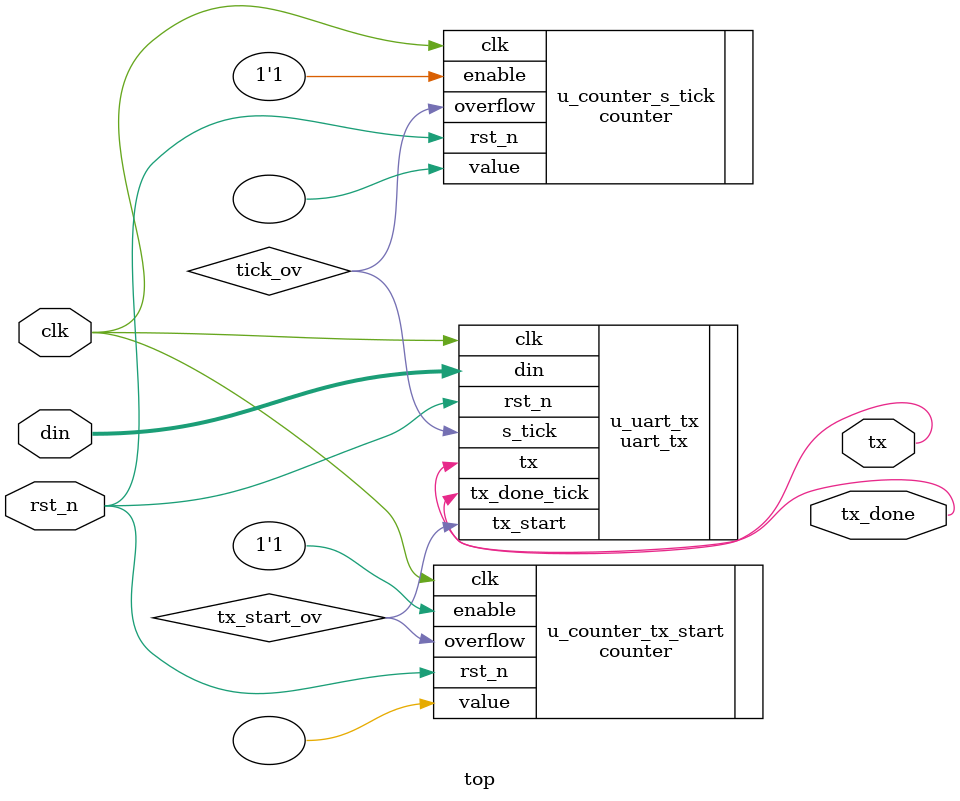
<source format=sv>
module top #(
    parameter BIT_TICKS = 54, 
    parameter START = 10_800
)(
    output logic tx,
    output logic tx_done,
    input logic clk,
    input logic rst_n,
    input logic [7:0] din
);

//inner connections
wire logic tick_ov;
wire logic tx_start_ov;

//tick counter
counter #(.RST_VALUE(BIT_TICKS)) u_counter_s_tick (
    .clk, 
    .rst_n, 
    .enable(1'b1), 
    .value(), 
    .overflow(tick_ov)
);

//TX start counter
counter #(.RST_VALUE(START)) u_counter_tx_start (
    .clk,
    .rst_n,
    .enable(1'b1),
    .value(),
    .overflow(tx_start_ov)
);

//uart
uart_tx u_uart_tx (
    .clk,
    .rst_n,
    .tx_start(tx_start_ov),
    .s_tick(tick_ov),
    .din,
    .tx_done_tick(tx_done),
    .tx
);

endmodule
</source>
